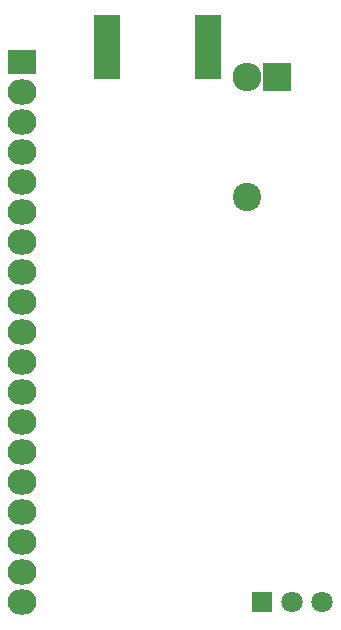
<source format=gbs>
G04 #@! TF.FileFunction,Soldermask,Bot*
%FSLAX46Y46*%
G04 Gerber Fmt 4.6, Leading zero omitted, Abs format (unit mm)*
G04 Created by KiCad (PCBNEW 4.0.4+e1-6308~48~ubuntu16.04.1-stable) date Fri Nov  4 19:58:58 2016*
%MOMM*%
%LPD*%
G01*
G04 APERTURE LIST*
%ADD10C,0.100000*%
%ADD11R,2.432000X2.127200*%
%ADD12O,2.432000X2.127200*%
%ADD13R,2.432000X2.432000*%
%ADD14O,2.432000X2.432000*%
%ADD15R,1.797000X1.797000*%
%ADD16C,1.797000*%
%ADD17C,2.400000*%
%ADD18R,2.178000X5.480000*%
G04 APERTURE END LIST*
D10*
D11*
X46990000Y-87630000D03*
D12*
X46990000Y-90170000D03*
X46990000Y-92710000D03*
X46990000Y-95250000D03*
X46990000Y-97790000D03*
X46990000Y-100330000D03*
X46990000Y-102870000D03*
X46990000Y-105410000D03*
X46990000Y-107950000D03*
X46990000Y-110490000D03*
X46990000Y-113030000D03*
X46990000Y-115570000D03*
X46990000Y-118110000D03*
X46990000Y-120650000D03*
X46990000Y-123190000D03*
X46990000Y-125730000D03*
X46990000Y-128270000D03*
X46990000Y-130810000D03*
X46990000Y-133350000D03*
D13*
X68580000Y-88900000D03*
D14*
X66040000Y-88900000D03*
D15*
X67310000Y-133350000D03*
D16*
X69850000Y-133350000D03*
X72390000Y-133350000D03*
D17*
X66040000Y-99060000D03*
D18*
X62674500Y-86360000D03*
X54165500Y-86360000D03*
M02*

</source>
